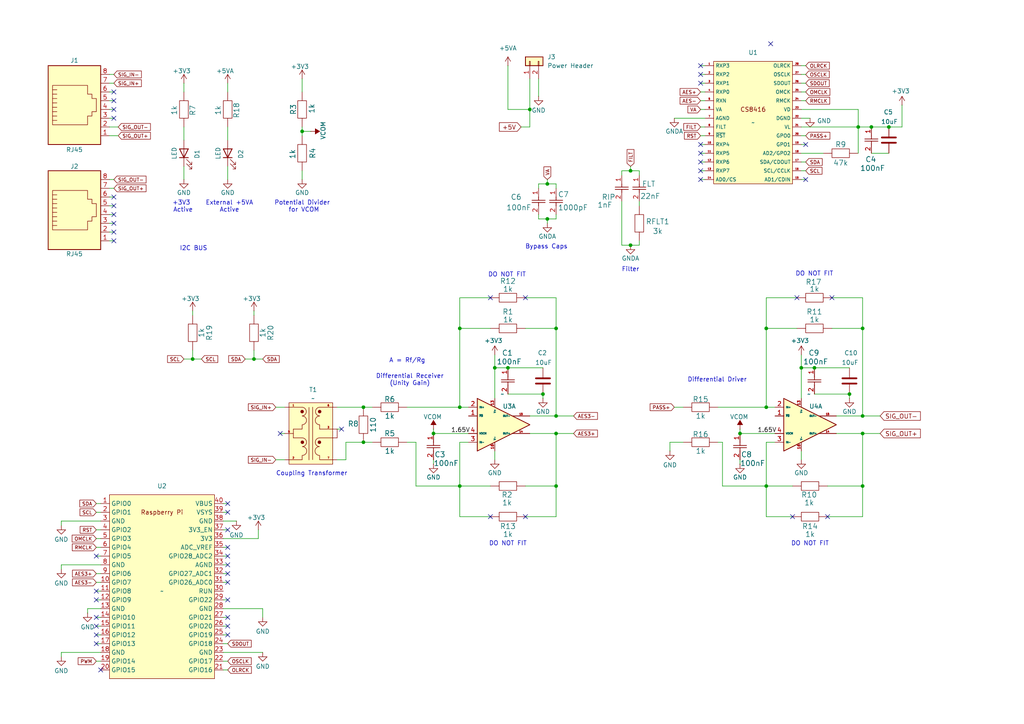
<source format=kicad_sch>
(kicad_sch (version 20231120) (generator "eeschema") (generator_version "8.0")
  (paper "A4")
  (junction (at 250.19 120.65))
  (junction (at 105.41 128.27))
  (junction (at 248.92 36.83))
  (junction (at 222.25 118.11))
  (junction (at 246.38 114.3))
  (junction (at 147.32 106.68))
  (junction (at 250.19 125.73))
  (junction (at 236.22 106.68))
  (junction (at 158.75 63.5))
  (junction (at 161.29 140.97))
  (junction (at 158.75 53.34))
  (junction (at 133.35 95.25))
  (junction (at 250.19 95.25))
  (junction (at 133.35 118.11))
  (junction (at 157.48 114.3))
  (junction (at 250.19 140.97))
  (junction (at 161.29 125.73))
  (junction (at 87.63 38.1))
  (junction (at 232.41 106.68))
  (junction (at 161.29 120.65))
  (junction (at 55.88 104.14))
  (junction (at 182.88 49.53))
  (junction (at 222.25 95.25))
  (junction (at 133.35 140.97))
  (junction (at 214.63 125.73))
  (junction (at 73.66 104.14))
  (junction (at 182.88 71.12))
  (junction (at 153.67 31.75))
  (junction (at 143.51 106.68))
  (junction (at 252.73 36.83))
  (junction (at 222.25 140.97))
  (junction (at 125.73 125.73))
  (junction (at 257.81 36.83))
  (junction (at 105.41 118.11))
  (junction (at 161.29 95.25))
  (no_connect (at 203.2 44.45))
  (no_connect (at 142.24 149.86))
  (no_connect (at 152.4 149.86))
  (no_connect (at 152.4 86.36))
  (no_connect (at 66.04 146.05))
  (no_connect (at 142.24 86.36))
  (no_connect (at 203.2 21.59))
  (no_connect (at 66.04 173.99))
  (no_connect (at 27.94 171.45))
  (no_connect (at 203.2 49.53))
  (no_connect (at 33.02 59.69))
  (no_connect (at 33.02 26.67))
  (no_connect (at 66.04 184.15))
  (no_connect (at 203.2 52.07))
  (no_connect (at 66.04 168.91))
  (no_connect (at 66.04 179.07))
  (no_connect (at 33.02 62.23))
  (no_connect (at 240.03 149.86))
  (no_connect (at 33.02 69.85))
  (no_connect (at 27.94 173.99))
  (no_connect (at 203.2 46.99))
  (no_connect (at 27.94 186.69))
  (no_connect (at 33.02 64.77))
  (no_connect (at 66.04 166.37))
  (no_connect (at 203.2 41.91))
  (no_connect (at 203.2 19.05))
  (no_connect (at 223.52 12.7))
  (no_connect (at 33.02 31.75))
  (no_connect (at 233.68 41.91))
  (no_connect (at 27.94 184.15))
  (no_connect (at 27.94 181.61))
  (no_connect (at 229.87 149.86))
  (no_connect (at 29.21 194.31))
  (no_connect (at 33.02 34.29))
  (no_connect (at 27.94 179.07))
  (no_connect (at 33.02 29.21))
  (no_connect (at 233.68 52.07))
  (no_connect (at 66.04 158.75))
  (no_connect (at 66.04 161.29))
  (no_connect (at 66.04 148.59))
  (no_connect (at 81.28 125.73))
  (no_connect (at 27.94 161.29))
  (no_connect (at 231.14 86.36))
  (no_connect (at 66.04 181.61))
  (no_connect (at 66.04 153.67))
  (no_connect (at 241.3 86.36))
  (no_connect (at 33.02 57.15))
  (no_connect (at 66.04 163.83))
  (no_connect (at 99.06 124.46))
  (no_connect (at 203.2 24.13))
  (no_connect (at 33.02 67.31))
  (wire (pts (xy 233.68 39.37) (xy 232.41 39.37)))
  (wire (pts (xy 209.55 128.27) (xy 209.55 140.97)))
  (wire (pts (xy 203.2 36.83) (xy 204.47 36.83)))
  (wire (pts (xy 105.41 128.27) (xy 107.95 128.27)))
  (wire (pts (xy 250.19 125.73) (xy 255.27 125.73)))
  (wire (pts (xy 17.78 190.5) (xy 17.78 189.23)))
  (wire (pts (xy 143.51 106.68) (xy 147.32 106.68)))
  (wire (pts (xy 31.75 39.37) (xy 34.29 39.37)))
  (wire (pts (xy 232.41 29.21) (xy 233.68 29.21)))
  (wire (pts (xy 73.66 104.14) (xy 76.2 104.14)))
  (wire (pts (xy 97.79 118.11) (xy 105.41 118.11)))
  (wire (pts (xy 203.2 46.99) (xy 204.47 46.99)))
  (wire (pts (xy 152.4 140.97) (xy 161.29 140.97)))
  (wire (pts (xy 214.63 125.73) (xy 224.79 125.73)))
  (wire (pts (xy 161.29 140.97) (xy 161.29 125.73)))
  (wire (pts (xy 133.35 140.97) (xy 142.24 140.97)))
  (wire (pts (xy 66.04 181.61) (xy 64.77 181.61)))
  (wire (pts (xy 66.04 184.15) (xy 64.77 184.15)))
  (wire (pts (xy 248.92 36.83) (xy 252.73 36.83)))
  (wire (pts (xy 161.29 54.61) (xy 161.29 53.34)))
  (wire (pts (xy 233.68 19.05) (xy 232.41 19.05)))
  (wire (pts (xy 31.75 67.31) (xy 33.02 67.31)))
  (wire (pts (xy 33.02 21.59) (xy 31.75 21.59)))
  (wire (pts (xy 64.77 156.21) (xy 74.93 156.21)))
  (wire (pts (xy 238.76 44.45) (xy 232.41 44.45)))
  (wire (pts (xy 142.24 149.86) (xy 133.35 149.86)))
  (wire (pts (xy 147.32 114.3) (xy 157.48 114.3)))
  (wire (pts (xy 224.79 128.27) (xy 222.25 128.27)))
  (wire (pts (xy 99.06 124.46) (xy 97.79 124.46)))
  (wire (pts (xy 161.29 53.34) (xy 158.75 53.34)))
  (wire (pts (xy 153.67 36.83) (xy 153.67 31.75)))
  (wire (pts (xy 66.04 148.59) (xy 64.77 148.59)))
  (wire (pts (xy 100.33 128.27) (xy 105.41 128.27)))
  (wire (pts (xy 143.51 130.81) (xy 143.51 133.35)))
  (wire (pts (xy 233.68 21.59) (xy 232.41 21.59)))
  (wire (pts (xy 143.51 115.57) (xy 143.51 106.68)))
  (wire (pts (xy 185.42 59.69) (xy 185.42 58.42)))
  (wire (pts (xy 133.35 128.27) (xy 133.35 140.97)))
  (wire (pts (xy 203.2 44.45) (xy 204.47 44.45)))
  (wire (pts (xy 27.94 156.21) (xy 29.21 156.21)))
  (wire (pts (xy 27.94 191.77) (xy 29.21 191.77)))
  (wire (pts (xy 158.75 63.5) (xy 156.21 63.5)))
  (wire (pts (xy 33.02 52.07) (xy 31.75 52.07)))
  (wire (pts (xy 53.34 104.14) (xy 55.88 104.14)))
  (wire (pts (xy 222.25 149.86) (xy 222.25 140.97)))
  (wire (pts (xy 180.34 58.42) (xy 180.34 71.12)))
  (wire (pts (xy 233.68 41.91) (xy 232.41 41.91)))
  (wire (pts (xy 161.29 63.5) (xy 158.75 63.5)))
  (wire (pts (xy 33.02 31.75) (xy 31.75 31.75)))
  (wire (pts (xy 53.34 24.13) (xy 53.34 26.67)))
  (wire (pts (xy 125.73 125.73) (xy 135.89 125.73)))
  (wire (pts (xy 73.66 90.17) (xy 73.66 91.44)))
  (wire (pts (xy 153.67 125.73) (xy 161.29 125.73)))
  (wire (pts (xy 222.25 95.25) (xy 231.14 95.25)))
  (wire (pts (xy 31.75 24.13) (xy 33.02 24.13)))
  (wire (pts (xy 208.28 118.11) (xy 222.25 118.11)))
  (wire (pts (xy 33.02 57.15) (xy 31.75 57.15)))
  (wire (pts (xy 232.41 26.67) (xy 233.68 26.67)))
  (wire (pts (xy 153.67 120.65) (xy 161.29 120.65)))
  (wire (pts (xy 241.3 86.36) (xy 250.19 86.36)))
  (wire (pts (xy 242.57 120.65) (xy 250.19 120.65)))
  (wire (pts (xy 53.34 36.83) (xy 53.34 40.64)))
  (wire (pts (xy 27.94 148.59) (xy 29.21 148.59)))
  (wire (pts (xy 161.29 125.73) (xy 166.37 125.73)))
  (wire (pts (xy 66.04 191.77) (xy 64.77 191.77)))
  (wire (pts (xy 33.02 59.69) (xy 31.75 59.69)))
  (wire (pts (xy 27.94 181.61) (xy 29.21 181.61)))
  (wire (pts (xy 66.04 173.99) (xy 64.77 173.99)))
  (wire (pts (xy 156.21 62.23) (xy 156.21 63.5)))
  (wire (pts (xy 125.73 124.46) (xy 125.73 125.73)))
  (wire (pts (xy 87.63 38.1) (xy 90.17 38.1)))
  (wire (pts (xy 236.22 114.3) (xy 246.38 114.3)))
  (wire (pts (xy 33.02 54.61) (xy 31.75 54.61)))
  (wire (pts (xy 66.04 179.07) (xy 64.77 179.07)))
  (wire (pts (xy 27.94 166.37) (xy 29.21 166.37)))
  (wire (pts (xy 252.73 36.83) (xy 257.81 36.83)))
  (wire (pts (xy 27.94 153.67) (xy 29.21 153.67)))
  (wire (pts (xy 203.2 31.75) (xy 204.47 31.75)))
  (wire (pts (xy 250.19 149.86) (xy 250.19 140.97)))
  (wire (pts (xy 73.66 104.14) (xy 71.12 104.14)))
  (wire (pts (xy 33.02 26.67) (xy 31.75 26.67)))
  (wire (pts (xy 185.42 69.85) (xy 185.42 71.12)))
  (wire (pts (xy 161.29 149.86) (xy 161.29 140.97)))
  (wire (pts (xy 133.35 95.25) (xy 142.24 95.25)))
  (wire (pts (xy 194.31 128.27) (xy 194.31 130.81)))
  (wire (pts (xy 250.19 86.36) (xy 250.19 95.25)))
  (wire (pts (xy 203.2 41.91) (xy 204.47 41.91)))
  (wire (pts (xy 55.88 91.44) (xy 55.88 90.17)))
  (wire (pts (xy 233.68 46.99) (xy 232.41 46.99)))
  (wire (pts (xy 209.55 140.97) (xy 222.25 140.97)))
  (wire (pts (xy 33.02 64.77) (xy 31.75 64.77)))
  (wire (pts (xy 180.34 49.53) (xy 180.34 50.8)))
  (wire (pts (xy 152.4 86.36) (xy 161.29 86.36)))
  (wire (pts (xy 143.51 102.87) (xy 143.51 106.68)))
  (wire (pts (xy 158.75 53.34) (xy 156.21 53.34)))
  (wire (pts (xy 29.21 163.83) (xy 17.78 163.83)))
  (wire (pts (xy 17.78 163.83) (xy 17.78 165.1)))
  (wire (pts (xy 55.88 104.14) (xy 58.42 104.14)))
  (wire (pts (xy 157.48 114.3) (xy 157.48 115.57)))
  (wire (pts (xy 27.94 161.29) (xy 29.21 161.29)))
  (wire (pts (xy 31.75 36.83) (xy 34.29 36.83)))
  (wire (pts (xy 100.33 133.35) (xy 100.33 128.27)))
  (wire (pts (xy 27.94 168.91) (xy 29.21 168.91)))
  (wire (pts (xy 156.21 22.86) (xy 156.21 27.94)))
  (wire (pts (xy 232.41 115.57) (xy 232.41 106.68)))
  (wire (pts (xy 53.34 52.07) (xy 53.34 48.26)))
  (wire (pts (xy 214.63 124.46) (xy 214.63 125.73)))
  (wire (pts (xy 66.04 24.13) (xy 66.04 26.67)))
  (wire (pts (xy 161.29 120.65) (xy 166.37 120.65)))
  (wire (pts (xy 246.38 114.3) (xy 246.38 115.57)))
  (wire (pts (xy 125.73 133.35) (xy 125.73 134.62)))
  (wire (pts (xy 153.67 31.75) (xy 153.67 22.86)))
  (wire (pts (xy 231.14 86.36) (xy 222.25 86.36)))
  (wire (pts (xy 66.04 161.29) (xy 64.77 161.29)))
  (wire (pts (xy 161.29 62.23) (xy 161.29 63.5)))
  (wire (pts (xy 185.42 50.8) (xy 185.42 49.53)))
  (wire (pts (xy 135.89 128.27) (xy 133.35 128.27)))
  (wire (pts (xy 17.78 151.13) (xy 29.21 151.13)))
  (wire (pts (xy 195.58 118.11) (xy 198.12 118.11)))
  (wire (pts (xy 214.63 133.35) (xy 214.63 134.62)))
  (wire (pts (xy 161.29 95.25) (xy 161.29 120.65)))
  (wire (pts (xy 73.66 101.6) (xy 73.66 104.14)))
  (wire (pts (xy 80.01 118.11) (xy 82.55 118.11)))
  (wire (pts (xy 252.73 44.45) (xy 257.81 44.45)))
  (wire (pts (xy 27.94 158.75) (xy 29.21 158.75)))
  (wire (pts (xy 240.03 149.86) (xy 250.19 149.86)))
  (wire (pts (xy 33.02 29.21) (xy 31.75 29.21)))
  (wire (pts (xy 66.04 36.83) (xy 66.04 40.64)))
  (wire (pts (xy 33.02 62.23) (xy 31.75 62.23)))
  (wire (pts (xy 240.03 140.97) (xy 250.19 140.97)))
  (wire (pts (xy 147.32 31.75) (xy 147.32 19.05)))
  (wire (pts (xy 66.04 166.37) (xy 64.77 166.37)))
  (wire (pts (xy 222.25 118.11) (xy 222.25 95.25)))
  (wire (pts (xy 147.32 106.68) (xy 157.48 106.68)))
  (wire (pts (xy 208.28 128.27) (xy 209.55 128.27)))
  (wire (pts (xy 120.65 140.97) (xy 133.35 140.97)))
  (wire (pts (xy 232.41 106.68) (xy 236.22 106.68)))
  (wire (pts (xy 66.04 163.83) (xy 64.77 163.83)))
  (wire (pts (xy 64.77 189.23) (xy 76.2 189.23)))
  (wire (pts (xy 250.19 140.97) (xy 250.19 125.73)))
  (wire (pts (xy 257.81 36.83) (xy 261.62 36.83)))
  (wire (pts (xy 232.41 34.29) (xy 234.95 34.29)))
  (wire (pts (xy 248.92 36.83) (xy 248.92 44.45)))
  (wire (pts (xy 81.28 125.73) (xy 82.55 125.73)))
  (wire (pts (xy 27.94 184.15) (xy 29.21 184.15)))
  (wire (pts (xy 203.2 24.13) (xy 204.47 24.13)))
  (wire (pts (xy 66.04 186.69) (xy 64.77 186.69)))
  (wire (pts (xy 232.41 36.83) (xy 248.92 36.83)))
  (wire (pts (xy 194.31 128.27) (xy 198.12 128.27)))
  (wire (pts (xy 180.34 49.53) (xy 182.88 49.53)))
  (wire (pts (xy 158.75 63.5) (xy 158.75 64.77)))
  (wire (pts (xy 161.29 86.36) (xy 161.29 95.25)))
  (wire (pts (xy 203.2 19.05) (xy 204.47 19.05)))
  (wire (pts (xy 76.2 176.53) (xy 76.2 179.07)))
  (wire (pts (xy 25.4 176.53) (xy 25.4 177.8)))
  (wire (pts (xy 27.94 146.05) (xy 29.21 146.05)))
  (wire (pts (xy 55.88 101.6) (xy 55.88 104.14)))
  (wire (pts (xy 203.2 26.67) (xy 204.47 26.67)))
  (wire (pts (xy 236.22 106.68) (xy 246.38 106.68)))
  (wire (pts (xy 224.79 118.11) (xy 222.25 118.11)))
  (wire (pts (xy 31.75 69.85) (xy 33.02 69.85)))
  (wire (pts (xy 182.88 48.26) (xy 182.88 49.53)))
  (wire (pts (xy 153.67 31.75) (xy 147.32 31.75)))
  (wire (pts (xy 135.89 118.11) (xy 133.35 118.11)))
  (wire (pts (xy 118.11 118.11) (xy 133.35 118.11)))
  (wire (pts (xy 29.21 176.53) (xy 25.4 176.53)))
  (wire (pts (xy 68.58 151.13) (xy 64.77 151.13)))
  (wire (pts (xy 27.94 186.69) (xy 29.21 186.69)))
  (wire (pts (xy 250.19 120.65) (xy 255.27 120.65)))
  (wire (pts (xy 120.65 128.27) (xy 120.65 140.97)))
  (wire (pts (xy 222.25 140.97) (xy 229.87 140.97)))
  (wire (pts (xy 66.04 52.07) (xy 66.04 48.26)))
  (wire (pts (xy 229.87 149.86) (xy 222.25 149.86)))
  (wire (pts (xy 233.68 52.07) (xy 232.41 52.07)))
  (wire (pts (xy 17.78 152.4) (xy 17.78 151.13)))
  (wire (pts (xy 66.04 158.75) (xy 64.77 158.75)))
  (wire (pts (xy 17.78 189.23) (xy 29.21 189.23)))
  (wire (pts (xy 158.75 52.07) (xy 158.75 53.34)))
  (wire (pts (xy 152.4 149.86) (xy 161.29 149.86)))
  (wire (pts (xy 66.04 146.05) (xy 64.77 146.05)))
  (wire (pts (xy 203.2 29.21) (xy 204.47 29.21)))
  (wire (pts (xy 222.25 128.27) (xy 222.25 140.97)))
  (wire (pts (xy 232.41 31.75) (xy 248.92 31.75)))
  (wire (pts (xy 180.34 71.12) (xy 182.88 71.12)))
  (wire (pts (xy 195.58 34.29) (xy 204.47 34.29)))
  (wire (pts (xy 233.68 49.53) (xy 232.41 49.53)))
  (wire (pts (xy 64.77 176.53) (xy 76.2 176.53)))
  (wire (pts (xy 87.63 38.1) (xy 87.63 39.37)))
  (wire (pts (xy 66.04 194.31) (xy 64.77 194.31)))
  (wire (pts (xy 242.57 125.73) (xy 250.19 125.73)))
  (wire (pts (xy 27.94 171.45) (xy 29.21 171.45)))
  (wire (pts (xy 133.35 86.36) (xy 133.35 95.25)))
  (wire (pts (xy 203.2 49.53) (xy 204.47 49.53)))
  (wire (pts (xy 87.63 49.53) (xy 87.63 52.07)))
  (wire (pts (xy 133.35 118.11) (xy 133.35 95.25)))
  (wire (pts (xy 203.2 39.37) (xy 204.47 39.37)))
  (wire (pts (xy 80.01 133.35) (xy 82.55 133.35)))
  (wire (pts (xy 87.63 26.67) (xy 87.63 22.86)))
  (wire (pts (xy 66.04 153.67) (xy 64.77 153.67)))
  (wire (pts (xy 74.93 156.21) (xy 74.93 153.67)))
  (wire (pts (xy 248.92 31.75) (xy 248.92 36.83)))
  (wire (pts (xy 233.68 24.13) (xy 232.41 24.13)))
  (wire (pts (xy 222.25 86.36) (xy 222.25 95.25)))
  (wire (pts (xy 105.41 118.11) (xy 107.95 118.11)))
  (wire (pts (xy 241.3 95.25) (xy 250.19 95.25)))
  (wire (pts (xy 203.2 21.59) (xy 204.47 21.59)))
  (wire (pts (xy 33.02 34.29) (xy 31.75 34.29)))
  (wire (pts (xy 232.41 102.87) (xy 232.41 106.68)))
  (wire (pts (xy 232.41 130.81) (xy 232.41 133.35)))
  (wire (pts (xy 133.35 149.86) (xy 133.35 140.97)))
  (wire (pts (xy 156.21 53.34) (xy 156.21 54.61)))
  (wire (pts (xy 152.4 95.25) (xy 161.29 95.25)))
  (wire (pts (xy 261.62 30.48) (xy 261.62 36.83)))
  (wire (pts (xy 87.63 36.83) (xy 87.63 38.1)))
  (wire (pts (xy 27.94 173.99) (xy 29.21 173.99)))
  (wire (pts (xy 142.24 86.36) (xy 133.35 86.36)))
  (wire (pts (xy 97.79 133.35) (xy 100.33 133.35)))
  (wire (pts (xy 250.19 95.25) (xy 250.19 120.65)))
  (wire (pts (xy 151.13 36.83) (xy 153.67 36.83)))
  (wire (pts (xy 182.88 49.53) (xy 185.42 49.53)))
  (wire (pts (xy 118.11 128.27) (xy 120.65 128.27)))
  (wire (pts (xy 185.42 71.12) (xy 182.88 71.12)))
  (wire (pts (xy 27.94 179.07) (xy 29.21 179.07)))
  (wire (pts (xy 203.2 52.07) (xy 204.47 52.07)))
  (wire (pts (xy 66.04 168.91) (xy 64.77 168.91)))
  (text "Differential Driver" (at 208.026 110.236 0) (effects (font (size 1.27 1.27))))
  (text "Differential Receiver\n(Unity Gain)" (at 118.872 110.236 0) (effects (font (size 1.27 1.27))))
  (text "Coupling Transformer" (at 90.424 137.414 0) (effects (font (size 1.27 1.27))))
  (text "Potential Divider \nfor VCOM\n" (at 88.138 59.944 0) (effects (font (size 1.27 1.27))))
  (text "DO NOT FIT\n" (at 147.32 157.734 0) (effects (font (size 1.27 1.27))))
  (text "DO NOT FIT\n" (at 236.22 79.502 0) (effects (font (size 1.27 1.27))))
  (text "DO NOT FIT\n" (at 147.066 79.756 0) (effects (font (size 1.27 1.27))))
  (text "External +5VA\nActive\n" (at 66.548 59.944 0) (effects (font (size 1.27 1.27))))
  (text "DO NOT FIT\n" (at 234.95 157.734 0) (effects (font (size 1.27 1.27))))
  (text "Filter\n" (at 182.88 78.232 0) (effects (font (size 1.27 1.27))))
  (text "A = Rf/Rg\n" (at 118.11 104.648 0) (effects (font (size 1.27 1.27))))
  (text "I2C BUS\n" (at 56.134 72.136 0) (effects (font (size 1.27 1.27))))
  (text "Bypass Caps" (at 158.496 71.628 0) (effects (font (size 1.27 1.27))))
  (text "+3V3 \nActive\n" (at 53.086 59.944 0) (effects (font (size 1.27 1.27))))
  (label "1.65V" (at 130.81 125.73 0))
  (label "1.65V" (at 219.71 125.73 0))
  (global_label "SCL" (shape input) (at 58.42 104.14 0) (effects (font (size 1.016 1.016))) (property "Intersheetrefs" "${INTERSHEET_REFS}" (effects (hide yes))))
  (global_label "AES3-" (shape input) (at 166.37 120.65 0) (effects (font (size 1.016 1.016))) (property "Intersheetrefs" "${INTERSHEET_REFS}" (effects (hide yes))))
  (global_label "PWM" (shape input) (at 27.94 191.77 180) (effects (font (size 1.016 1.016))) (property "Intersheetrefs" "${INTERSHEET_REFS}" (effects (hide yes))))
  (global_label "OMCLK" (shape input) (at 27.94 156.21 180) (effects (font (size 1.016 1.016))) (property "Intersheetrefs" "${INTERSHEET_REFS}" (effects (hide yes))))
  (global_label "RST" (shape input) (at 27.94 153.67 180) (effects (font (size 1.016 1.016))) (property "Intersheetrefs" "${INTERSHEET_REFS}" (effects (hide yes))))
  (global_label "SIG_OUT-" (shape input) (at 34.29 36.83 0) (effects (font (size 1.016 1.016))) (property "Intersheetrefs" "${INTERSHEET_REFS}" (effects (hide yes))))
  (global_label "RST" (shape input) (at 203.2 39.37 180) (effects (font (size 1.016 1.016))) (property "Intersheetrefs" "${INTERSHEET_REFS}" (effects (hide yes))))
  (global_label "SIG_IN+" (shape input) (at 80.01 118.11 180) (effects (font (size 1.016 1.016))) (property "Intersheetrefs" "${INTERSHEET_REFS}" (effects (hide yes))))
  (global_label "OMCLK" (shape input) (at 233.68 26.67 0) (effects (font (size 1.016 1.016))) (property "Intersheetrefs" "${INTERSHEET_REFS}" (effects (hide yes))))
  (global_label "AES3+" (shape input) (at 166.37 125.73 0) (effects (font (size 1.016 1.016))) (property "Intersheetrefs" "${INTERSHEET_REFS}" (effects (hide yes))))
  (global_label "SDA" (shape input) (at 71.12 104.14 180) (effects (font (size 1.016 1.016))) (property "Intersheetrefs" "${INTERSHEET_REFS}" (effects (hide yes))))
  (global_label "SDOUT" (shape input) (at 66.04 186.69 0) (effects (font (size 1.016 1.016))) (property "Intersheetrefs" "${INTERSHEET_REFS}" (effects (hide yes))))
  (global_label "AES3-" (shape input) (at 27.94 168.91 180) (effects (font (size 1.016 1.016))) (property "Intersheetrefs" "${INTERSHEET_REFS}" (effects (hide yes))))
  (global_label "SIG_IN+" (shape input) (at 33.02 24.13 0) (effects (font (size 1.016 1.016))) (property "Intersheetrefs" "${INTERSHEET_REFS}" (effects (hide yes))))
  (global_label "AES3+" (shape input) (at 27.94 166.37 180) (effects (font (size 1.016 1.016))) (property "Intersheetrefs" "${INTERSHEET_REFS}" (effects (hide yes))))
  (global_label "AES+" (shape input) (at 203.2 26.67 180) (effects (font (size 1.016 1.016))) (property "Intersheetrefs" "${INTERSHEET_REFS}" (effects (hide yes))))
  (global_label "SDA" (shape input) (at 27.94 146.05 180) (effects (font (size 1.016 1.016))) (property "Intersheetrefs" "${INTERSHEET_REFS}" (effects (hide yes))))
  (global_label "SIG_OUT+" (shape input) (at 33.02 54.61 0) (effects (font (size 1.016 1.016))) (property "Intersheetrefs" "${INTERSHEET_REFS}" (effects (hide yes))))
  (global_label "FILT" (shape input) (at 203.2 36.83 180) (effects (font (size 1.016 1.016))) (property "Intersheetrefs" "${INTERSHEET_REFS}" (effects (hide yes))))
  (global_label "PASS+" (shape input) (at 195.58 118.11 180) (effects (font (size 1.016 1.016))) (property "Intersheetrefs" "${INTERSHEET_REFS}" (effects (hide yes))))
  (global_label "SCL" (shape input) (at 53.34 104.14 180) (effects (font (size 1.016 1.016))) (property "Intersheetrefs" "${INTERSHEET_REFS}" (effects (hide yes))))
  (global_label "SDOUT" (shape input) (at 233.68 24.13 0) (effects (font (size 1.016 1.016))) (property "Intersheetrefs" "${INTERSHEET_REFS}" (effects (hide yes))))
  (global_label "SIG_IN-" (shape input) (at 80.01 133.35 180) (effects (font (size 1.016 1.016))) (property "Intersheetrefs" "${INTERSHEET_REFS}" (effects (hide yes))))
  (global_label "PASS+" (shape input) (at 233.68 39.37 0) (effects (font (size 1.016 1.016))) (property "Intersheetrefs" "${INTERSHEET_REFS}" (effects (hide yes))))
  (global_label "SIG_OUT+" (shape input) (at 34.29 39.37 0) (effects (font (size 1.016 1.016))) (property "Intersheetrefs" "${INTERSHEET_REFS}" (effects (hide yes))))
  (global_label "OSCLK" (shape input) (at 66.04 191.77 0) (effects (font (size 1.016 1.016))) (property "Intersheetrefs" "${INTERSHEET_REFS}" (effects (hide yes))))
  (global_label "OLRCK" (shape input) (at 66.04 194.31 0) (effects (font (size 1.016 1.016))) (property "Intersheetrefs" "${INTERSHEET_REFS}" (effects (hide yes))))
  (global_label "OLRCK" (shape input) (at 233.68 19.05 0) (effects (font (size 1.016 1.016))) (property "Intersheetrefs" "${INTERSHEET_REFS}" (effects (hide yes))))
  (global_label "SCL" (shape input) (at 27.94 148.59 180) (effects (font (size 1.016 1.016))) (property "Intersheetrefs" "${INTERSHEET_REFS}" (effects (hide yes))))
  (global_label "FILT" (shape input) (at 182.88 48.26 90) (effects (font (size 1.016 1.016))) (property "Intersheetrefs" "${INTERSHEET_REFS}" (effects (hide yes))))
  (global_label "SIG_IN-" (shape input) (at 33.02 21.59 0) (effects (font (size 1.016 1.016))) (property "Intersheetrefs" "${INTERSHEET_REFS}" (effects (hide yes))))
  (global_label "VA" (shape input) (at 158.75 52.07 90) (effects (font (size 1.016 1.016))) (property "Intersheetrefs" "${INTERSHEET_REFS}" (effects (hide yes))))
  (global_label "+5V" (shape input) (at 151.13 36.83 180) (property "Intersheetrefs" "${INTERSHEET_REFS}" (effects (hide yes))))
  (global_label "SIG_OUT-" (shape input) (at 33.02 52.07 0) (effects (font (size 1.016 1.016))) (property "Intersheetrefs" "${INTERSHEET_REFS}" (effects (hide yes))))
  (global_label "VA" (shape input) (at 203.2 31.75 180) (effects (font (size 1.016 1.016))) (property "Intersheetrefs" "${INTERSHEET_REFS}" (effects (hide yes))))
  (global_label "OSCLK" (shape input) (at 233.68 21.59 0) (effects (font (size 1.016 1.016))) (property "Intersheetrefs" "${INTERSHEET_REFS}" (effects (hide yes))))
  (global_label "SDA" (shape input) (at 76.2 104.14 0) (effects (font (size 1.016 1.016))) (property "Intersheetrefs" "${INTERSHEET_REFS}" (effects (hide yes))))
  (global_label "SCL" (shape input) (at 233.68 49.53 0) (effects (font (size 1.016 1.016))) (property "Intersheetrefs" "${INTERSHEET_REFS}" (effects (hide yes))))
  (global_label "AES-" (shape input) (at 203.2 29.21 180) (effects (font (size 1.016 1.016))) (property "Intersheetrefs" "${INTERSHEET_REFS}" (effects (hide yes))))
  (global_label "SIG_OUT+" (shape input) (at 255.27 125.73 0) (property "Intersheetrefs" "${INTERSHEET_REFS}" (effects (hide yes))))
  (global_label "RMCLK" (shape input) (at 233.68 29.21 0) (effects (font (size 1.016 1.016))) (property "Intersheetrefs" "${INTERSHEET_REFS}" (effects (hide yes))))
  (global_label "SIG_OUT-" (shape input) (at 255.27 120.65 0) (property "Intersheetrefs" "${INTERSHEET_REFS}" (effects (hide yes))))
  (global_label "SDA" (shape input) (at 233.68 46.99 0) (effects (font (size 1.016 1.016))) (property "Intersheetrefs" "${INTERSHEET_REFS}" (effects (hide yes))))
  (global_label "RMCLK" (shape input) (at 27.94 158.75 180) (effects (font (size 1.016 1.016))) (property "Intersheetrefs" "${INTERSHEET_REFS}" (effects (hide yes))))
  (symbol (lib_id "power:GND") (at 76.2 179.07 0) (unit 1)
    (property "Reference" "#PWR014" (effects (hide yes)))
    (property "Value" "GND" (at 76.2 183.134 0))
    (property "Description" "Power symbol creates a global label with name \"GND\" , ground" (effects (hide yes)))
  )
  (symbol (lib_name "491_Symbols:RES_1k_805_PAN") (lib_id "491_Symbols:RES_1k_805_PAN") (at 73.66 91.44 270) (unit 1)
    (property "Reference" "R20" (at 78.486 96.52 0) (effects (font (size 1.524 1.524))))
    (property "Value" "1k" (at 76.2 96.52 0) (effects (font (size 1.524 1.524))))
    (property "Footprint" "491_Footprints:RES_1k_805_PAN" (effects (hide yes)))
    (property "Datasheet" "ERJ-2RKF1001X" (effects (hide yes)))
  )
  (symbol (lib_id "power:GND") (at 66.04 52.07 0) (unit 1)
    (property "Reference" "#PWR023" (effects (hide yes)))
    (property "Value" "GND" (at 66.04 55.88 0))
    (property "Description" "Power symbol creates a global label with name \"GND\" , ground" (effects (hide yes)))
  )
  (symbol (lib_id "power:+3V3") (at 53.34 24.13 0) (unit 1)
    (property "Reference" "MCU_PWR03" (effects (hide yes)))
    (property "Value" "+3V3" (at 50.038 20.574 0) (effects (justify left)))
    (property "Description" "Power symbol creates a global label with name \"+3V3\"" (effects (hide yes)))
  )
  (symbol (lib_id "491_Symbols:RES_1k_805_PAN") (at 87.63 39.37 270) (unit 1)
    (property "Reference" "R4" (at 90.678 44.45 0) (effects (font (size 1.524 1.524))))
    (property "Value" "1k" (at 84.836 44.704 0) (effects (font (size 1.524 1.524))))
    (property "Footprint" "491_Footprints:RES_1k_805_PAN" (effects (hide yes)))
    (property "Datasheet" "ERJ-2RKF1001X" (effects (hide yes)))
  )
  (symbol (lib_id "491_Symbols:RES_1k_805_PAN") (at 53.34 26.67 270) (unit 1)
    (property "Reference" "R7" (at 55.88 32.004 0) (effects (font (size 1.524 1.524))))
    (property "Value" "1k" (at 50.546 32.004 0) (effects (font (size 1.524 1.524))))
    (property "Footprint" "491_Footprints:RES_1k_805_PAN" (effects (hide yes)))
    (property "Datasheet" "ERJ-2RKF1001X" (effects (hide yes)))
  )
  (symbol (lib_id "491_Symbols:RES_1k_805_PAN") (at 198.12 118.11 0) (unit 1)
    (property "Reference" "R15" (at 203.2 115.824 0) (effects (font (size 1.524 1.524))))
    (property "Value" "1k" (at 203.2 120.65 0) (effects (font (size 1.524 1.524))))
    (property "Footprint" "491_Footprints:RES_1k_805_PAN" (effects (hide yes)))
    (property "Datasheet" "ERJ-2RKF1001X" (effects (hide yes)))
  )
  (symbol (lib_id "491_Symbols:RES_1k_805_PAN") (at 229.87 140.97 0) (unit 1)
    (property "Reference" "R10" (at 234.696 143.51 0) (effects (font (size 1.524 1.524))))
    (property "Value" "1k" (at 234.696 145.796 0) (effects (font (size 1.524 1.524))))
    (property "Footprint" "491_Footprints:RES_1k_805_PAN" (effects (hide yes)))
    (property "Datasheet" "ERJ-2RKF1001X" (effects (hide yes)))
  )
  (symbol (lib_id "491_Symbols:RES_1k_805_PAN") (at 142.24 149.86 0) (unit 1)
    (property "Reference" "R13" (at 147.32 152.654 0) (effects (font (size 1.524 1.524))))
    (property "Value" "1k" (at 147.32 154.94 0) (effects (font (size 1.524 1.524))))
    (property "Footprint" "491_Footprints:RES_1k_805_PAN" (effects (hide yes)))
    (property "Datasheet" "ERJ-2RKF1001X" (effects (hide yes)))
  )
  (symbol (lib_id "power:GND") (at 156.21 27.94 0) (unit 1)
    (property "Reference" "#PWR025" (effects (hide yes)))
    (property "Value" "GND" (at 156.21 32.004 0))
    (property "Description" "Power symbol creates a global label with name \"GND\" , ground" (effects (hide yes)))
  )
  (symbol (lib_id "491_Symbols:RES_1k_805_PAN") (at 198.12 128.27 0) (unit 1)
    (property "Reference" "R16" (at 203.2 125.984 0) (effects (font (size 1.524 1.524))))
    (property "Value" "1k" (at 203.2 130.81 0) (effects (font (size 1.524 1.524))))
    (property "Footprint" "491_Footprints:RES_1k_805_PAN" (effects (hide yes)))
    (property "Datasheet" "ERJ-2RKF1001X" (effects (hide yes)))
  )
  (symbol (lib_id "power:GND") (at 17.78 190.5 0) (unit 1)
    (property "Reference" "#PWR011" (effects (hide yes)))
    (property "Value" "GND" (at 17.78 194.564 0))
    (property "Description" "Power symbol creates a global label with name \"GND\" , ground" (effects (hide yes)))
  )
  (symbol (lib_id "491_Symbols:RES_1k_805_PAN") (at 142.24 95.25 0) (unit 1)
    (property "Reference" "R1" (at 147.32 90.424 0) (effects (font (size 1.524 1.524))))
    (property "Value" "1k" (at 147.32 92.71 0) (effects (font (size 1.524 1.524))))
    (property "Footprint" "491_Footprints:RES_1k_805_PAN" (effects (hide yes)))
    (property "Datasheet" "ERJ-2RKF1001X" (effects (hide yes)))
  )
  (symbol (lib_id "power:+3V3") (at 55.88 90.17 0) (unit 1)
    (property "Reference" "MCU_PWR07" (effects (hide yes)))
    (property "Value" "+3V3" (at 52.578 86.614 0) (effects (justify left)))
    (property "Description" "Power symbol creates a global label with name \"+3V3\"" (effects (hide yes)))
  )
  (symbol (lib_id "power:GND") (at 214.63 134.62 0) (unit 1)
    (property "Reference" "#PWR016" (effects (hide yes)))
    (property "Value" "GND" (at 214.63 138.43 0))
    (property "Description" "Power symbol creates a global label with name \"GND\" , ground" (effects (hide yes)))
  )
  (symbol (lib_id "power:GND") (at 17.78 152.4 0) (unit 1)
    (property "Reference" "#PWR09" (effects (hide yes)))
    (property "Value" "GND" (at 17.78 156.464 0))
    (property "Description" "Power symbol creates a global label with name \"GND\" , ground" (effects (hide yes)))
  )
  (symbol (lib_id "491_Symbols:CAP_CER_100nF_SAM") (at 161.29 54.61 270) (unit 1)
    (property "Reference" "C7" (at 161.798 56.388 90) (effects (font (size 1.524 1.524)) (justify left)))
    (property "Value" "1000pF" (at 161.798 60.198 90) (effects (font (size 1.524 1.524)) (justify left)))
    (property "Footprint" "491_Footprints:CAP_CER_100nF_SAM" (effects (hide yes)))
    (property "Datasheet" "CL05B104KP5NNNC" (effects (hide yes)))
  )
  (symbol (lib_id "491_Symbols:CAP_CER_100nF_SAM") (at 252.73 36.83 270) (unit 1)
    (property "Reference" "C4" (at 250.952 46.228 90) (effects (font (size 1.524 1.524)) (justify left)))
    (property "Value" "100nF" (at 249.428 48.768 90) (effects (font (size 1.524 1.524)) (justify left)))
    (property "Footprint" "491_Footprints:CAP_CER_100nF_SAM" (effects (hide yes)))
    (property "Datasheet" "CL05B104KP5NNNC" (effects (hide yes)))
  )
  (symbol (lib_id "491_Symbols:RES_1k_805_PAN") (at 231.14 95.25 0) (unit 1)
    (property "Reference" "R11" (at 236.22 90.424 0) (effects (font (size 1.524 1.524))))
    (property "Value" "1k" (at 236.22 92.71 0) (effects (font (size 1.524 1.524))))
    (property "Footprint" "491_Footprints:RES_1k_805_PAN" (effects (hide yes)))
    (property "Datasheet" "ERJ-2RKF1001X" (effects (hide yes)))
  )
  (symbol (lib_id "power:GND") (at 232.41 133.35 0) (unit 1)
    (property "Reference" "#PWR017" (effects (hide yes)))
    (property "Value" "GND" (at 232.41 137.16 0))
    (property "Description" "Power symbol creates a global label with name \"GND\" , ground" (effects (hide yes)))
  )
  (symbol (lib_id "491_Symbols:RES_1k_805_PAN") (at 66.04 26.67 270) (unit 1)
    (property "Reference" "R18" (at 68.58 32.004 0) (effects (font (size 1.524 1.524))))
    (property "Value" "1k" (at 63.246 32.004 0) (effects (font (size 1.524 1.524))))
    (property "Footprint" "491_Footprints:RES_1k_805_PAN" (effects (hide yes)))
    (property "Datasheet" "ERJ-2RKF1001X" (effects (hide yes)))
  )
  (symbol (lib_id "power:VCOM") (at 90.17 38.1 270) (unit 1)
    (property "Reference" "#PWR04" (effects (hide yes)))
    (property "Value" "VCOM" (at 93.726 37.846 0))
    (property "Description" "Power symbol creates a global label with name \"VCOM\"" (effects (hide yes)))
  )
  (symbol (lib_id "power:GND") (at 68.58 151.13 0) (unit 1)
    (property "Reference" "#PWR010" (effects (hide yes)))
    (property "Value" "GND" (at 68.58 155.194 0))
    (property "Description" "Power symbol creates a global label with name \"GND\" , ground" (effects (hide yes)))
  )
  (symbol (lib_id "491_Symbols:RES_1k_805_PAN") (at 107.95 128.27 0) (unit 1)
    (property "Reference" "R5" (at 113.03 125.73 0) (effects (font (size 1.524 1.524))))
    (property "Value" "1k" (at 113.03 130.81 0) (effects (font (size 1.524 1.524))))
    (property "Footprint" "491_Footprints:RES_1k_805_PAN" (effects (hide yes)))
    (property "Datasheet" "ERJ-2RKF1001X" (effects (hide yes)))
  )
  (symbol (lib_id "491_Symbols:RES_1k_805_PAN") (at 142.24 86.36 0) (unit 1)
    (property "Reference" "R12" (at 147.32 81.534 0) (effects (font (size 1.524 1.524))))
    (property "Value" "1k" (at 147.32 83.82 0) (effects (font (size 1.524 1.524))))
    (property "Footprint" "491_Footprints:RES_1k_805_PAN" (effects (hide yes)))
    (property "Datasheet" "ERJ-2RKF1001X" (effects (hide yes)))
  )
  (symbol (lib_id "power:GND") (at 125.73 134.62 0) (unit 1)
    (property "Reference" "#PWR06" (effects (hide yes)))
    (property "Value" "GND" (at 125.73 138.43 0))
    (property "Description" "Power symbol creates a global label with name \"GND\" , ground" (effects (hide yes)))
  )
  (symbol (lib_id "491_Symbols:THS4522") (at 143.51 123.19 0) (unit 1)
    (property "Reference" "U3" (at 145.796 117.856 0) (effects (justify left)))
    (property "Value" "~" (at 145.1802 114.3 0) (effects (justify left)))
    (property "Footprint" "Package_SO:TSSOP-16_4.4x5mm_P0.65mm" (effects (hide yes)))
  )
  (symbol (lib_id "power:+3V3") (at 74.93 153.67 0) (unit 1)
    (property "Reference" "MCU_PWR" (effects (hide yes)))
    (property "Value" "+3V3" (at 71.628 150.114 0) (effects (justify left)))
    (property "Description" "Power symbol creates a global label with name \"+3V3\"" (effects (hide yes)))
  )
  (symbol (lib_id "491_Symbols:CS8416") (at 218.44 35.56 0) (unit 1)
    (property "Reference" "U1" (at 218.44 15.24 0))
    (property "Value" "~" (at 218.44 35.56 0))
    (property "Footprint" "Package_SO:SOIC-28W_7.5x17.9mm_P1.27mm" (effects (hide yes)))
  )
  (symbol (lib_name "491_Symbols:RES_1k_805_PAN") (lib_id "491_Symbols:RES_1k_805_PAN") (at 87.63 26.67 270) (unit 1)
    (property "Reference" "R3" (at 85.09 31.75 0) (effects (font (size 1.524 1.524))))
    (property "Value" "1k" (at 90.424 31.496 0) (effects (font (size 1.524 1.524))))
    (property "Footprint" "491_Footprints:RES_1k_805_PAN" (effects (hide yes)))
    (property "Datasheet" "ERJ-2RKF1001X" (effects (hide yes)))
  )
  (symbol (lib_id "491_Symbols:Pico_W") (at 46.99 171.45 0) (unit 1)
    (property "Reference" "U2" (at 46.99 140.97 0))
    (property "Value" "~" (at 46.99 171.45 0))
    (property "Footprint" "491_Footprints:Pico W" (effects (hide yes)))
  )
  (symbol (lib_id "Connector:RJ45") (at 21.59 62.23 0) (unit 1)
    (property "Reference" "J2" (at 21.59 48.26 0))
    (property "Value" "RJ45" (at 21.59 73.66 0))
    (property "Description" "RJ connector, 8P8C (8 positions 8 connected)" (effects (hide yes)))
  )
  (symbol (lib_id "power:+3V3") (at 261.62 30.48 0) (unit 1)
    (property "Reference" "MCU_PWR04" (effects (hide yes)))
    (property "Value" "+3V3" (at 258.572 26.416 0) (effects (justify left)))
    (property "Description" "Power symbol creates a global label with name \"+3V3\"" (effects (hide yes)))
  )
  (symbol (lib_id "491_Symbols:CAP_CER_100nF_SAM") (at 156.21 54.61 270) (unit 1)
    (property "Reference" "C6" (at 148.082 57.15 90) (effects (font (size 1.524 1.524)) (justify left)))
    (property "Value" "100nF" (at 146.812 60.198 90) (effects (font (size 1.524 1.524)) (justify left)))
    (property "Footprint" "491_Footprints:CAP_CER_100nF_SAM" (effects (hide yes)))
    (property "Datasheet" "CL05B104KP5NNNC" (effects (hide yes)))
  )
  (symbol (lib_id "Device:C") (at 257.81 40.64 0) (unit 1)
    (property "Reference" "C5" (at 256.286 32.512 0) (effects (justify left)))
    (property "Value" "10uF" (at 255.524 35.306 0) (effects (justify left)))
    (property "Description" "Unpolarized capacitor" (effects (hide yes)))
  )
  (symbol (lib_id "power:GND") (at 87.63 52.07 0) (unit 1)
    (property "Reference" "#PWR05" (effects (hide yes)))
    (property "Value" "GND" (at 87.63 55.88 0))
    (property "Description" "Power symbol creates a global label with name \"GND\" , ground" (effects (hide yes)))
  )
  (symbol (lib_id "power:+3V3") (at 143.51 102.87 0) (unit 1)
    (property "Reference" "MCU_PWR01" (effects (hide yes)))
    (property "Value" "+3V3" (at 140.462 98.806 0) (effects (justify left)))
    (property "Description" "Power symbol creates a global label with name \"+3V3\"" (effects (hide yes)))
  )
  (symbol (lib_id "491_Symbols:CAP_CER_100nF_SAM") (at 180.34 50.8 270) (unit 1)
    (property "Reference" "RIP" (at 174.498 57.15 90) (effects (font (size 1.524 1.524)) (justify left)))
    (property "Value" "1nF" (at 173.228 59.436 90) (effects (font (size 1.524 1.524)) (justify left)))
    (property "Footprint" "491_Footprints:CAP_CER_100nF_SAM" (effects (hide yes)))
    (property "Datasheet" "CL05B104KP5NNNC" (effects (hide yes)))
  )
  (symbol (lib_id "power:GND") (at 246.38 115.57 0) (unit 1)
    (property "Reference" "#PWR018" (effects (hide yes)))
    (property "Value" "GND" (at 246.38 119.38 0))
    (property "Description" "Power symbol creates a global label with name \"GND\" , ground" (effects (hide yes)))
  )
  (symbol (lib_id "491_Symbols:RES_47k_805_PAN") (at 238.76 44.45 0) (unit 1)
    (property "Reference" "R9" (at 243.84 41.91 0) (effects (font (size 1.524 1.524))))
    (property "Value" "47k" (at 243.84 47.244 0) (effects (font (size 1.524 1.524))))
    (property "Footprint" "491_Footprints:RES_47k_805_PAN" (effects (hide yes)))
    (property "Datasheet" "ERJ-6ENF4702V" (effects (hide yes)))
  )
  (symbol (lib_id "power:GND") (at 17.78 165.1 0) (unit 1)
    (property "Reference" "#PWR013" (effects (hide yes)))
    (property "Value" "GND" (at 17.78 169.164 0))
    (property "Description" "Power symbol creates a global label with name \"GND\" , ground" (effects (hide yes)))
  )
  (symbol (lib_id "power:+3V3") (at 73.66 90.17 0) (unit 1)
    (property "Reference" "MCU_PWR05" (effects (hide yes)))
    (property "Value" "+3V3" (at 70.358 86.614 0) (effects (justify left)))
    (property "Description" "Power symbol creates a global label with name \"+3V3\"" (effects (hide yes)))
  )
  (symbol (lib_id "power:+3V3") (at 87.63 22.86 0) (unit 1)
    (property "Reference" "MCU_PWR02" (effects (hide yes)))
    (property "Value" "+3V3" (at 84.328 19.304 0) (effects (justify left)))
    (property "Description" "Power symbol creates a global label with name \"+3V3\"" (effects (hide yes)))
  )
  (symbol (lib_id "491_Symbols:RES_47k_805_PAN") (at 185.42 59.69 270) (unit 1)
    (property "Reference" "RFLT1" (at 190.754 64.262 90) (effects (font (size 1.524 1.524))))
    (property "Value" "3k" (at 190.754 67.056 90) (effects (font (size 1.524 1.524))))
    (property "Footprint" "491_Footprints:RES_47k_805_PAN" (effects (hide yes)))
    (property "Datasheet" "ERJ-6ENF4702V" (effects (hide yes)))
  )
  (symbol (lib_id "power:GND") (at 76.2 189.23 0) (unit 1)
    (property "Reference" "#PWR01" (effects (hide yes)))
    (property "Value" "GND" (at 76.2 193.294 0))
    (property "Description" "Power symbol creates a global label with name \"GND\" , ground" (effects (hide yes)))
  )
  (symbol (lib_id "power:GND") (at 143.51 133.35 0) (unit 1)
    (property "Reference" "#PWR03" (effects (hide yes)))
    (property "Value" "GND" (at 143.51 137.16 0))
    (property "Description" "Power symbol creates a global label with name \"GND\" , ground" (effects (hide yes)))
  )
  (symbol (lib_id "491_Symbols:RES_110_805_PAN") (at 105.41 128.27 90) (unit 1)
    (property "Reference" "R8" (at 100.838 122.936 90) (effects (font (size 1.524 1.524)) (justify right)))
    (property "Value" "110" (at 108.204 120.904 0) (effects (font (size 1.524 1.524)) (justify right)))
    (property "Footprint" "491_Footprints:RES_110_805_PAN" (effects (hide yes)))
    (property "Datasheet" "ERJ6BSFR11V" (effects (hide yes)))
  )
  (symbol (lib_id "power:VCOM") (at 125.73 124.46 0) (unit 1)
    (property "Reference" "#PWR07" (effects (hide yes)))
    (property "Value" "VCOM" (at 125.476 120.904 0))
    (property "Description" "Power symbol creates a global label with name \"VCOM\"" (effects (hide yes)))
  )
  (symbol (lib_id "power:VCOM") (at 214.63 124.46 0) (unit 1)
    (property "Reference" "#PWR015" (effects (hide yes)))
    (property "Value" "VCOM" (at 214.376 120.904 0))
    (property "Description" "Power symbol creates a global label with name \"VCOM\"" (effects (hide yes)))
  )
  (symbol (lib_id "power:+3V3") (at 232.41 102.87 0) (unit 1)
    (property "Reference" "MCU_PWR06" (effects (hide yes)))
    (property "Value" "+3V3" (at 229.362 98.806 0) (effects (justify left)))
    (property "Description" "Power symbol creates a global label with name \"+3V3\"" (effects (hide yes)))
  )
  (symbol (lib_id "Connector:RJ45") (at 21.59 31.75 0) (unit 1)
    (property "Reference" "J1" (at 21.59 17.526 0))
    (property "Value" "RJ45" (at 21.59 43.434 0))
    (property "Description" "RJ connector, 8P8C (8 positions 8 connected)" (effects (hide yes)))
  )
  (symbol (lib_id "491_Symbols:CAP_CER_100nF_SAM") (at 147.32 106.68 270) (unit 1)
    (property "Reference" "C1" (at 145.542 102.362 90) (effects (font (size 1.524 1.524)) (justify left)))
    (property "Value" "100nF" (at 144.018 104.902 90) (effects (font (size 1.524 1.524)) (justify left)))
    (property "Footprint" "491_Footprints:CAP_CER_100nF_SAM" (effects (hide yes)))
    (property "Datasheet" "CL05B104KP5NNNC" (effects (hide yes)))
  )
  (symbol (lib_id "Device:LED") (at 53.34 44.45 90) (unit 1)
    (property "Reference" "D1" (at 57.15 44.704 0))
    (property "Value" "LED" (at 50.546 44.45 0))
    (property "Description" "Light emitting diode" (effects (hide yes)))
  )
  (symbol (lib_id "491_Symbols:SM453230-181N7Y") (at 90.17 125.73 0) (unit 1)
    (property "Reference" "T1" (at 90.805 113.03 0))
    (property "Value" "~" (at 90.805 115.57 0))
    (property "Footprint" "491_Footprints:SM453230-181N7Y" (effects (hide yes)))
  )
  (symbol (lib_id "491_Symbols:RES_1k_805_PAN") (at 107.95 118.11 0) (unit 1)
    (property "Reference" "R6" (at 113.03 115.824 0) (effects (font (size 1.524 1.524))))
    (property "Value" "1k" (at 113.03 120.65 0) (effects (font (size 1.524 1.524))))
    (property "Footprint" "491_Footprints:RES_1k_805_PAN" (effects (hide yes)))
    (property "Datasheet" "ERJ-2RKF1001X" (effects (hide yes)))
  )
  (symbol (lib_id "power:GND") (at 25.4 177.8 0) (unit 1)
    (property "Reference" "#PWR012" (effects (hide yes)))
    (property "Value" "GND" (at 25.4 181.864 0))
    (property "Description" "Power symbol creates a global label with name \"GND\" , ground" (effects (hide yes)))
  )
  (symbol (lib_id "491_Symbols:CAP_CER_100nF_SAM") (at 214.63 125.73 270) (unit 1)
    (property "Reference" "C8" (at 214.884 131.826 90) (effects (font (size 1.524 1.524)) (justify left)))
    (property "Value" "100nF" (at 214.63 134.366 90) (effects (font (size 1.524 1.524)) (justify left)))
    (property "Footprint" "491_Footprints:CAP_CER_100nF_SAM" (effects (hide yes)))
    (property "Datasheet" "CL05B104KP5NNNC" (effects (hide yes)))
  )
  (symbol (lib_id "power:GNDA") (at 195.58 34.29 0) (unit 1)
    (property "Reference" "#PWR019" (effects (hide yes)))
    (property "Value" "GNDA" (at 195.58 38.1 0))
    (property "Description" "Power symbol creates a global label with name \"GNDA\" , analog ground" (effects (hide yes)))
  )
  (symbol (lib_id "491_Symbols:CAP_CER_100nF_SAM") (at 185.42 50.8 270) (unit 1)
    (property "Reference" "FLT" (at 186.182 53.34 90) (effects (font (size 1.524 1.524)) (justify left)))
    (property "Value" "22nF" (at 185.674 56.896 90) (effects (font (size 1.524 1.524)) (justify left)))
    (property "Footprint" "491_Footprints:CAP_CER_100nF_SAM" (effects (hide yes)))
    (property "Datasheet" "CL05B104KP5NNNC" (effects (hide yes)))
  )
  (symbol (lib_id "491_Symbols:RES_1k_805_PAN") (at 229.87 149.86 0) (unit 1)
    (property "Reference" "R14" (at 234.95 152.654 0) (effects (font (size 1.524 1.524))))
    (property "Value" "1k" (at 234.95 154.94 0) (effects (font (size 1.524 1.524))))
    (property "Footprint" "491_Footprints:RES_1k_805_PAN" (effects (hide yes)))
    (property "Datasheet" "ERJ-2RKF1001X" (effects (hide yes)))
  )
  (symbol (lib_id "491_Symbols:CAP_CER_100nF_SAM") (at 236.22 106.68 270) (unit 1)
    (property "Reference" "C9" (at 234.442 102.362 90) (effects (font (size 1.524 1.524)) (justify left)))
    (property "Value" "100nF" (at 232.918 104.902 90) (effects (font (size 1.524 1.524)) (justify left)))
    (property "Footprint" "491_Footprints:CAP_CER_100nF_SAM" (effects (hide yes)))
    (property "Datasheet" "CL05B104KP5NNNC" (effects (hide yes)))
  )
  (symbol (lib_id "491_Symbols:THS4522") (at 232.41 123.19 0) (unit 1)
    (property "Reference" "U4" (at 234.696 117.856 0) (effects (justify left)))
    (property "Value" "~" (at 234.0802 114.3 0) (effects (justify left)))
    (property "Footprint" "Package_SO:TSSOP-16_4.4x5mm_P0.65mm" (effects (hide yes)))
  )
  (symbol (lib_id "491_Symbols:RES_1k_805_PAN") (at 231.14 86.36 0) (unit 1)
    (property "Reference" "R17" (at 235.966 81.788 0) (effects (font (size 1.524 1.524))))
    (property "Value" "1k" (at 236.22 83.82 0) (effects (font (size 1.524 1.524))))
    (property "Footprint" "491_Footprints:RES_1k_805_PAN" (effects (hide yes)))
    (property "Datasheet" "ERJ-2RKF1001X" (effects (hide yes)))
  )
  (symbol (lib_id "power:GND") (at 194.31 130.81 0) (unit 1)
    (property "Reference" "#PWR027" (effects (hide yes)))
    (property "Value" "GND" (at 194.31 134.874 0))
    (property "Description" "Power symbol creates a global label with name \"GND\" , ground" (effects (hide yes)))
  )
  (symbol (lib_id "Device:LED") (at 66.04 44.45 90) (unit 1)
    (property "Reference" "D2" (at 69.85 44.704 0))
    (property "Value" "LED" (at 63.246 44.45 0))
    (property "Description" "Light emitting diode" (effects (hide yes)))
  )
  (symbol (lib_id "491_Symbols:RES_1k_805_PAN") (at 142.24 140.97 0) (unit 1)
    (property "Reference" "R2" (at 147.066 143.51 0) (effects (font (size 1.524 1.524))))
    (property "Value" "1k" (at 147.066 145.796 0) (effects (font (size 1.524 1.524))))
    (property "Footprint" "491_Footprints:RES_1k_805_PAN" (effects (hide yes)))
    (property "Datasheet" "ERJ-2RKF1001X" (effects (hide yes)))
  )
  (symbol (lib_id "power:+5VA") (at 147.32 19.05 0) (unit 1)
    (property "Reference" "#PWR022" (effects (hide yes)))
    (property "Value" "+5VA" (at 147.32 13.97 0))
    (property "Description" "Power symbol creates a global label with name \"+5VA\"" (effects (hide yes)))
  )
  (symbol (lib_id "Device:C") (at 157.48 110.49 0) (unit 1)
    (property "Reference" "C2" (at 155.956 102.362 0) (effects (justify left)))
    (property "Value" "10uF" (at 155.194 105.156 0) (effects (justify left)))
    (property "Description" "Unpolarized capacitor" (effects (hide yes)))
  )
  (symbol (lib_id "power:GND") (at 53.34 52.07 0) (unit 1)
    (property "Reference" "#PWR08" (effects (hide yes)))
    (property "Value" "GND" (at 53.34 55.88 0))
    (property "Description" "Power symbol creates a global label with name \"GND\" , ground" (effects (hide yes)))
  )
  (symbol (lib_id "Connector_Generic:Conn_01x02") (at 153.67 17.78 90) (unit 1)
    (property "Reference" "J3" (at 158.75 16.5099 90) (effects (justify right)))
    (property "Value" "Power Header" (at 158.75 19.0499 90) (effects (justify right)))
    (property "Description" "Generic connector, single row, 01x02, script generated (kicad-library-utils/schlib/autogen/connector/)" (effects (hide yes)))
  )
  (symbol (lib_id "Device:C") (at 246.38 110.49 0) (unit 1)
    (property "Reference" "C10" (at 244.856 102.362 0) (effects (justify left)))
    (property "Value" "10uF" (at 244.094 105.156 0) (effects (justify left)))
    (property "Description" "Unpolarized capacitor" (effects (hide yes)))
  )
  (symbol (lib_id "power:GND") (at 234.95 34.29 0) (unit 1)
    (property "Reference" "#PWR026" (effects (hide yes)))
    (property "Value" "GND" (at 239.014 35.052 0))
    (property "Description" "Power symbol creates a global label with name \"GND\" , ground" (effects (hide yes)))
  )
  (symbol (lib_id "power:+5VA") (at 66.04 24.13 0) (unit 1)
    (property "Reference" "#PWR024" (effects (hide yes)))
    (property "Value" "+5VA" (at 65.278 20.574 0))
    (property "Description" "Power symbol creates a global label with name \"+5VA\"" (effects (hide yes)))
  )
  (symbol (lib_name "491_Symbols:RES_1k_805_PAN") (lib_id "491_Symbols:RES_1k_805_PAN") (at 55.88 91.44 270) (unit 1)
    (property "Reference" "R19" (at 60.706 96.52 0) (effects (font (size 1.524 1.524))))
    (property "Value" "1k" (at 58.42 96.52 0) (effects (font (size 1.524 1.524))))
    (property "Footprint" "491_Footprints:RES_1k_805_PAN" (effects (hide yes)))
    (property "Datasheet" "ERJ-2RKF1001X" (effects (hide yes)))
  )
  (symbol (lib_id "power:GNDA") (at 158.75 64.77 0) (unit 1)
    (property "Reference" "#PWR020" (effects (hide yes)))
    (property "Value" "GNDA" (at 158.75 68.58 0))
    (property "Description" "Power symbol creates a global label with name \"GNDA\" , analog ground" (effects (hide yes)))
  )
  (symbol (lib_id "power:GND") (at 157.48 115.57 0) (unit 1)
    (property "Reference" "#PWR02" (effects (hide yes)))
    (property "Value" "GND" (at 157.48 119.38 0))
    (property "Description" "Power symbol creates a global label with name \"GND\" , ground" (effects (hide yes)))
  )
  (symbol (lib_id "power:GNDA") (at 182.88 71.12 0) (unit 1)
    (property "Reference" "#PWR021" (effects (hide yes)))
    (property "Value" "GNDA" (at 182.88 74.93 0))
    (property "Description" "Power symbol creates a global label with name \"GNDA\" , analog ground" (effects (hide yes)))
  )
  (symbol (lib_id "491_Symbols:CAP_CER_100nF_SAM") (at 125.73 125.73 270) (unit 1)
    (property "Reference" "C3" (at 125.984 131.826 90) (effects (font (size 1.524 1.524)) (justify left)))
    (property "Value" "100nF" (at 125.73 134.366 90) (effects (font (size 1.524 1.524)) (justify left)))
    (property "Footprint" "491_Footprints:CAP_CER_100nF_SAM" (effects (hide yes)))
    (property "Datasheet" "CL05B104KP5NNNC" (effects (hide yes)))
  )
)
</source>
